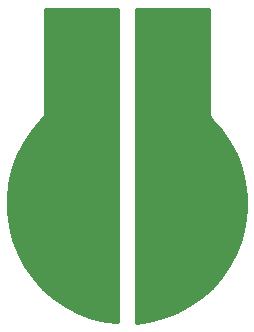
<source format=gbr>
%TF.GenerationSoftware,KiCad,Pcbnew,(5.1.10)-1*%
%TF.CreationDate,2022-03-13T21:43:14-05:00*%
%TF.ProjectId,ArmMotorPCB,41726d4d-6f74-46f7-9250-43422e6b6963,rev?*%
%TF.SameCoordinates,Original*%
%TF.FileFunction,Copper,L2,Bot*%
%TF.FilePolarity,Positive*%
%FSLAX46Y46*%
G04 Gerber Fmt 4.6, Leading zero omitted, Abs format (unit mm)*
G04 Created by KiCad (PCBNEW (5.1.10)-1) date 2022-03-13 21:43:14*
%MOMM*%
%LPD*%
G01*
G04 APERTURE LIST*
%TA.AperFunction,ComponentPad*%
%ADD10O,3.000000X5.100000*%
%TD*%
%TA.AperFunction,ComponentPad*%
%ADD11O,5.100000X3.000000*%
%TD*%
%TA.AperFunction,Conductor*%
%ADD12C,0.254000*%
%TD*%
%TA.AperFunction,Conductor*%
%ADD13C,0.100000*%
%TD*%
G04 APERTURE END LIST*
D10*
%TO.P,TP2,1*%
%TO.N,Net-(Conn1-Pad2)*%
X129519400Y-63623000D03*
%TD*%
%TO.P,TP1,1*%
%TO.N,Net-(Conn1-Pad1)*%
X145816600Y-63377000D03*
%TD*%
D11*
%TO.P,Conn1,2*%
%TO.N,Net-(Conn1-Pad2)*%
X133932000Y-49150000D03*
%TO.P,Conn1,1*%
%TO.N,Net-(Conn1-Pad1)*%
X141832000Y-49150000D03*
%TD*%
D12*
%TO.N,Net-(Conn1-Pad1)*%
X144754999Y-55912419D02*
X144764549Y-56009383D01*
X144802289Y-56133793D01*
X144863574Y-56248450D01*
X144946051Y-56348948D01*
X144955805Y-56356953D01*
X145754930Y-57258612D01*
X146447101Y-58260101D01*
X147013944Y-59337491D01*
X147447244Y-60475170D01*
X147740729Y-61656667D01*
X147890147Y-62864864D01*
X147893335Y-64082270D01*
X147750245Y-65291226D01*
X147462950Y-66474248D01*
X147035607Y-67614191D01*
X146474419Y-68694526D01*
X145787501Y-69699623D01*
X144984812Y-70614915D01*
X144077981Y-71427140D01*
X143080127Y-72124548D01*
X142005726Y-72697020D01*
X140870319Y-73136276D01*
X139690386Y-73435941D01*
X138557000Y-73582136D01*
X138557000Y-47015000D01*
X144755001Y-47015000D01*
X144754999Y-55912419D01*
%TA.AperFunction,Conductor*%
D13*
G36*
X144754999Y-55912419D02*
G01*
X144764549Y-56009383D01*
X144802289Y-56133793D01*
X144863574Y-56248450D01*
X144946051Y-56348948D01*
X144955805Y-56356953D01*
X145754930Y-57258612D01*
X146447101Y-58260101D01*
X147013944Y-59337491D01*
X147447244Y-60475170D01*
X147740729Y-61656667D01*
X147890147Y-62864864D01*
X147893335Y-64082270D01*
X147750245Y-65291226D01*
X147462950Y-66474248D01*
X147035607Y-67614191D01*
X146474419Y-68694526D01*
X145787501Y-69699623D01*
X144984812Y-70614915D01*
X144077981Y-71427140D01*
X143080127Y-72124548D01*
X142005726Y-72697020D01*
X140870319Y-73136276D01*
X139690386Y-73435941D01*
X138557000Y-73582136D01*
X138557000Y-47015000D01*
X144755001Y-47015000D01*
X144754999Y-55912419D01*
G37*
%TD.AperFunction*%
%TD*%
D12*
%TO.N,Net-(Conn1-Pad2)*%
X137033000Y-73574948D02*
X136055918Y-73464487D01*
X134871415Y-73183391D01*
X133729258Y-72762027D01*
X132645991Y-72206498D01*
X131637314Y-71524855D01*
X130717833Y-70726970D01*
X129900863Y-69824397D01*
X129198245Y-68830217D01*
X128620154Y-67758826D01*
X128174961Y-66625743D01*
X127869120Y-65447384D01*
X127707056Y-64240807D01*
X127691121Y-63023520D01*
X127821545Y-61813110D01*
X128096436Y-60627153D01*
X128511813Y-59482807D01*
X129061660Y-58396651D01*
X129738017Y-57384412D01*
X130542356Y-56447628D01*
X130620782Y-56367961D01*
X130643949Y-56348948D01*
X130726426Y-56248450D01*
X130787711Y-56133793D01*
X130825451Y-56009383D01*
X130835001Y-55912419D01*
X130834999Y-47015000D01*
X137033000Y-47015000D01*
X137033000Y-73574948D01*
%TA.AperFunction,Conductor*%
D13*
G36*
X137033000Y-73574948D02*
G01*
X136055918Y-73464487D01*
X134871415Y-73183391D01*
X133729258Y-72762027D01*
X132645991Y-72206498D01*
X131637314Y-71524855D01*
X130717833Y-70726970D01*
X129900863Y-69824397D01*
X129198245Y-68830217D01*
X128620154Y-67758826D01*
X128174961Y-66625743D01*
X127869120Y-65447384D01*
X127707056Y-64240807D01*
X127691121Y-63023520D01*
X127821545Y-61813110D01*
X128096436Y-60627153D01*
X128511813Y-59482807D01*
X129061660Y-58396651D01*
X129738017Y-57384412D01*
X130542356Y-56447628D01*
X130620782Y-56367961D01*
X130643949Y-56348948D01*
X130726426Y-56248450D01*
X130787711Y-56133793D01*
X130825451Y-56009383D01*
X130835001Y-55912419D01*
X130834999Y-47015000D01*
X137033000Y-47015000D01*
X137033000Y-73574948D01*
G37*
%TD.AperFunction*%
%TD*%
M02*

</source>
